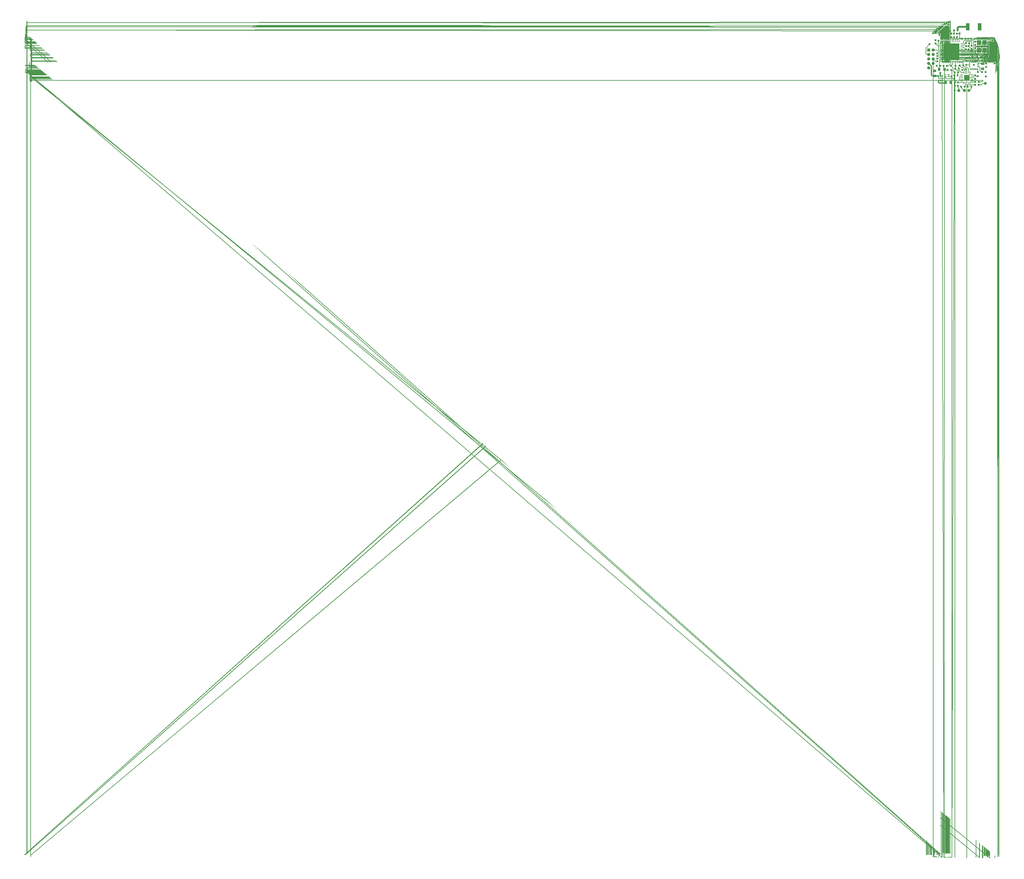
<source format=gtl>
%FSTAX23Y23*%
%MOMM*%
%SFA1B1*%

%IPPOS*%
%ADD10R,0.499999X0.599999*%
%ADD11R,0.599999X0.499999*%
%ADD12R,0.699999X0.899998*%
%ADD13R,0.299999X0.599999*%
%ADD14R,1.549997X1.549997*%
%ADD15R,0.649999X0.200000*%
%ADD16R,0.200000X0.649999*%
%ADD17R,0.899998X0.699999*%
%ADD18O,0.799998X0.200000*%
%ADD19O,0.200000X0.799998*%
%ADD20R,4.599991X4.599991*%
%ADD21R,0.999998X1.999996*%
%ADD22R,0.711199X0.228600*%
%ADD23R,1.149998X1.399997*%
%ADD24R,0.449999X0.349999*%
%ADD25R,0.349999X0.449999*%
%ADD26C,0.150000*%
%ADD27C,0.299999*%
%ADD28C,0.499999*%
%ADD29C,0.200000*%
%ADD30C,0.899998*%
%ADD31C,0.599999*%
%ADD32C,0.799998*%
%ADD33R,0.899998X0.899998*%
%ADD57C,0.127000*%
%LNsmarttokens-1*%
%LPD*%
G54D57*
X287228Y250152D02*
X287223Y250155D01*
Y249939*
X287673*
Y249864*
X287748*
Y249464*
X287848*
Y249502*
Y249421*
Y248239*
X288237*
X288338Y24815*
X288325Y248174*
X288316Y24816*
X288286Y248099*
X288264Y248035*
X28824Y247914*
X289283*
X289258Y248035*
X289237Y248099*
X289207Y24816*
X28917Y248215*
X289125Y248266*
X289075Y248311*
X289019Y248348*
X288958Y248378*
X288975Y248372*
Y249476*
X288963Y249464*
X289105*
X289186*
X289199*
X289211*
X289292*
X28936*
X289348Y249476*
Y249421*
Y248914*
X289848*
Y248839*
X289923*
Y248239*
X29033*
X290438*
X290463Y248264*
X290517*
X290875*
Y248664*
X290898*
Y248264*
X29133*
X291336*
X291386*
X291436*
X291442*
X291814*
Y248149*
X291725*
Y248188*
X289647*
Y248128*
X28968Y248135*
X289638Y248118*
X289599Y248094*
X289567Y248067*
X289324Y247824*
X289274Y24785*
X289283Y247891*
X28824*
X288264Y247769*
X288286Y247705*
X288316Y247645*
X288353Y247589*
X288397Y247538*
X288385Y247549*
X288364Y247491*
X287898*
Y247392*
X287825*
Y247591*
X287038*
X286725Y247904*
X28675Y247964*
X28715*
Y248527*
Y249091*
X286618*
X286588*
X286576Y249103*
Y249865*
X286571Y249919*
X28657Y249927*
X286625Y249986*
X286696Y249983*
X286771Y249987*
X286844Y249999*
X286916Y25002*
X286985Y250049*
X28705Y250085*
X287111Y250128*
X287166Y250177*
X287164Y250175*
X287228Y250152*
X287858Y247446D02*
X287883D01*
X287858Y247548D02*
X288366D01*
X287019Y247649D02*
X288289D01*
X286918Y247751D02*
X288264D01*
X286816Y247853D02*
X288239D01*
X289305D02*
X289331D01*
X287172Y247954D02*
X288239D01*
X289305D02*
X289432D01*
X287172Y248056D02*
X288264D01*
X28928D02*
X289534D01*
X287172Y248157D02*
X288289D01*
X289229D02*
X28961D01*
X291744D02*
X29182D01*
X287172Y248259D02*
X287832D01*
X289153D02*
X28989D01*
X290906D02*
X29088D01*
X287172Y248361D02*
X287832D01*
X289026D02*
X28989D01*
X290906D02*
X29088D01*
X287172Y248462D02*
X287832D01*
X289001D02*
X28989D01*
X290906D02*
X29088D01*
X287172Y248564D02*
X287832D01*
X289001D02*
X28989D01*
X290906D02*
X29088D01*
X287172Y248665D02*
X287832D01*
X289001D02*
X28989D01*
X287172Y248767D02*
X287832D01*
X289001D02*
X28989D01*
X287172Y248869D02*
X287832D01*
X289001D02*
X289813D01*
X287172Y24897D02*
X287832D01*
X289001D02*
X289331D01*
X287172Y249072D02*
X287832D01*
X289001D02*
X289331D01*
X286613Y249173D02*
X287832D01*
X289001D02*
X289331D01*
X286613Y249275D02*
X287832D01*
X289001D02*
X289331D01*
X286613Y249377D02*
X287832D01*
X289001D02*
X289331D01*
X286613Y249478D02*
X287731D01*
X286613Y24958D02*
X287731D01*
X286613Y249681D02*
X287731D01*
X286613Y249783D02*
X287731D01*
X286613Y249885D02*
X287654D01*
X286791Y249986D02*
X287197D01*
X28707Y250088D02*
X287197D01*
X304189Y257787D02*
X304328Y257532D01*
X30446Y257275*
X304585Y257014*
X304703Y256749*
X304814Y256482*
X304918Y256212*
X305014Y255939*
X305102Y255663*
X305184Y255385*
X305257Y255106*
X305323Y254824*
X305381Y25454*
X305432Y254255*
X305475Y253969*
X30551Y253682*
X305538Y253394*
X305557Y253105*
X305569Y252816*
X305573Y252535*
X305572Y252528*
X305573Y252521*
X305569Y252237*
X305557Y251948*
X305537Y251659*
X30551Y251371*
X305475Y251084*
X305432Y250797*
X305381Y250513*
X305323Y250229*
X305257Y249947*
X305183Y249668*
X305102Y24939*
X305013Y249114*
X304917Y248841*
X304813Y248571*
X304703Y248304*
X304585Y248039*
X30446Y247778*
X304328Y247521*
X304189Y247267*
X304043Y247017*
X30389Y246771*
X303731Y246529*
X303599Y246341*
X303225*
X3032Y246379*
X303149Y246446*
X303092Y246508*
X30303Y246565*
X302963Y246616*
X302892Y246662*
X302818Y2467*
X30274Y246733*
X30266Y246758*
X302578Y246776*
X302494Y246787*
X30241Y246791*
X302326Y246787*
X302243Y246776*
X302255Y246779*
X302197Y246836*
X302208Y246891*
X301165*
X301189Y246769*
X301211Y246705*
X301241Y246645*
X301278Y246589*
X301322Y246538*
X301328Y246533*
X301283Y246466*
X300984*
X300914Y246462*
X300843Y24645*
X300774Y24643*
X300753Y246421*
X300708Y246402*
X300645Y246368*
X300607Y246341*
X299323*
Y246141*
X2991*
Y246191*
X2987*
Y246214*
X2991*
Y246562*
X299081Y246546*
X299162Y246582*
X299148Y246594*
X299204Y246557*
X299264Y246527*
X299328Y246505*
X299394Y246492*
X299461Y246488*
X299529Y246492*
X299594Y246505*
X299658Y246527*
X299719Y246557*
X299774Y246594*
X299825Y246638*
X29987Y246689*
X299907Y246745*
X299937Y246805*
X299958Y246869*
X299971Y246935*
X299976Y247002*
X299971Y24707*
X299958Y247135*
X299937Y247199*
X299907Y24726*
X29987Y247315*
X299825Y247366*
X299775Y247411*
X299719Y247448*
X299658Y247478*
X299594Y247499*
X299529Y247512*
X299461Y247517*
X299394Y247512*
X299328Y247499*
X299264Y247478*
X299204Y247448*
X299148Y247411*
X299162Y247423*
X299082Y247459*
X2991Y247443*
Y247716*
X298325*
Y247741*
X297525*
Y247991*
X297275*
Y248066*
X2972*
Y248541*
X29705*
Y248564*
X297275*
Y248939*
X297298*
Y248564*
X297775*
Y249002*
Y249441*
X297525*
Y249691*
X29715*
Y249714*
X297525*
Y249877*
Y250377*
Y250964*
X297775*
Y251339*
X297798*
Y250964*
X299048*
Y250921*
Y250377*
Y249877*
Y249483*
Y249441*
X298798*
Y249002*
Y248564*
X298974*
X299048Y248479*
X299038Y248502*
X299028Y248491*
X298991Y248435*
X298961Y248374*
X298939Y24831*
X298915Y248189*
X299958*
X299933Y24831*
X299912Y248374*
X29992Y248358*
X299954Y248382*
X300123Y248214*
Y247664*
X30108*
X301086*
X301136*
X301186*
X301192*
X301625*
Y248127*
Y248591*
X301475*
Y248552*
Y248633*
Y249041*
X300875*
Y249064*
X301438*
X301463Y249089*
X301517*
X301825*
Y249539*
X3019*
Y249614*
X3023*
Y250046*
Y250052*
Y250102*
Y250152*
Y250158*
Y251116*
X302175*
Y251077*
Y251158*
Y251466*
X301725*
Y251489*
X302175*
Y251795*
Y251877*
Y251845*
X302132Y251841*
X302176Y251852*
X302218Y251869*
X302256Y251893*
X302289Y251921*
X302443Y252075*
X30247Y252107*
X302494Y252146*
X302504Y25217*
X302511Y252188*
X302522Y252232*
X302522Y252225*
X302549Y252244*
X3026Y252288*
X302645Y252339*
X302682Y252395*
X302712Y252455*
X302733Y252519*
X302746Y252585*
X302751Y252652*
X302746Y25272*
X302733Y252785*
X302712Y252849*
X302682Y25291*
X302645Y252965*
X3026Y253016*
X30255Y253061*
X302494Y253098*
X302433Y253128*
X302369Y253149*
X302304Y253162*
X302236Y253167*
X302169Y253162*
X302103Y253149*
X302039Y253128*
X301979Y253098*
X301923Y253061*
X301872Y253016*
X301828Y252965*
X301791Y25291*
X301761Y252849*
X301739Y252785*
X301726Y25272*
X301722Y252652*
X301726Y252585*
X301739Y252519*
X301742Y252512*
X301548Y252416*
X301425*
X301231Y252512*
X301234Y252519*
X301247Y252585*
X301251Y252652*
X301247Y252719*
X301234Y252785*
X301212Y252849*
X301182Y25291*
X301145Y252965*
X301101Y253016*
X30105Y253061*
X300994Y253098*
X30101Y25309*
X301021Y253138*
X301289*
X301332Y253141*
X301376Y253152*
X301418Y253169*
X301456Y253193*
X301489Y253221*
X301593Y253325*
X301607Y253341*
X30162Y253357*
X301644Y253396*
X301661Y253438*
X301672Y253482*
X301669Y253439*
X302175*
Y255266*
X300598*
Y253716*
X300575*
Y254341*
X29985*
Y254416*
X299775*
Y255266*
X299125*
Y255377*
Y255639*
X300575*
Y257466*
X299088*
X299075Y257479*
Y257989*
X304071*
X304189Y257786*
X297103Y248564D02*
Y248538D01*
X297205Y248081D02*
Y248538D01*
Y249707D02*
Y249681D01*
X297306Y248005D02*
Y248538D01*
Y249707D02*
Y249681D01*
X297408Y248005D02*
Y248538D01*
Y249707D02*
Y249681D01*
X29751Y248005D02*
Y248538D01*
Y249707D02*
Y249681D01*
X297611Y247776D02*
Y248538D01*
Y249478D02*
Y250926D01*
X297713Y247776D02*
Y248538D01*
Y249478D02*
Y250926D01*
X297814Y247776D02*
Y250926D01*
X297916Y247776D02*
Y250926D01*
X298018Y247776D02*
Y250926D01*
X298119Y247776D02*
Y250926D01*
X298221Y247776D02*
Y250926D01*
X298322Y247751D02*
Y250926D01*
X298424Y247751D02*
Y250926D01*
X298526Y247751D02*
Y250926D01*
X298627Y247751D02*
Y250926D01*
X298729Y247751D02*
Y250926D01*
X29883Y247751D02*
Y248538D01*
Y249478D02*
Y250926D01*
X298932Y247751D02*
Y248157D01*
Y248361D02*
Y248538D01*
Y249478D02*
Y250926D01*
X299034Y247751D02*
Y248157D01*
Y249478D02*
Y250926D01*
X299135Y246176D02*
Y246557D01*
Y247472D02*
Y248157D01*
Y255295D02*
Y255625D01*
Y257479D02*
Y257987D01*
X299237Y246176D02*
Y246532D01*
Y247497D02*
Y248157D01*
Y255295D02*
Y255625D01*
Y257479D02*
Y257987D01*
X299338Y246354D02*
Y246481D01*
Y247548D02*
Y248157D01*
Y255295D02*
Y255625D01*
Y257479D02*
Y257987D01*
X29944Y246354D02*
Y246456D01*
Y247548D02*
Y248157D01*
Y255295D02*
Y255625D01*
Y257479D02*
Y257987D01*
X299542Y246354D02*
Y246481D01*
Y247548D02*
Y248157D01*
Y255295D02*
Y255625D01*
Y257479D02*
Y257987D01*
X299643Y246354D02*
Y246506D01*
Y247522D02*
Y248157D01*
Y255295D02*
Y255625D01*
Y257479D02*
Y257987D01*
X299745Y246354D02*
Y246557D01*
Y247472D02*
Y248157D01*
Y255295D02*
Y255625D01*
Y257479D02*
Y257987D01*
X299846Y246354D02*
Y246659D01*
Y24737D02*
Y248157D01*
Y254355D02*
Y255625D01*
Y257479D02*
Y257987D01*
X299948Y246354D02*
Y246862D01*
Y247167D02*
Y248361D01*
Y254355D02*
Y255625D01*
Y257479D02*
Y257987D01*
X30005Y246354D02*
Y248259D01*
Y254355D02*
Y255625D01*
Y257479D02*
Y257987D01*
X300151Y246354D02*
Y247649D01*
Y254355D02*
Y255625D01*
Y257479D02*
Y257987D01*
X300253Y246354D02*
Y247649D01*
Y254355D02*
Y255625D01*
Y257479D02*
Y257987D01*
X300354Y246354D02*
Y247649D01*
Y254355D02*
Y255625D01*
Y257479D02*
Y257987D01*
X300456Y246354D02*
Y247649D01*
Y254355D02*
Y255625D01*
Y257479D02*
Y257987D01*
X300558Y246354D02*
Y247649D01*
Y254355D02*
Y255625D01*
Y257479D02*
Y257987D01*
X300659Y24643D02*
Y247649D01*
Y255295D02*
Y257987D01*
X300761Y246456D02*
Y247649D01*
Y255295D02*
Y257987D01*
X300862Y246481D02*
Y247649D01*
Y249072D02*
Y249046D01*
Y255295D02*
Y257987D01*
X300964Y246481D02*
Y247649D01*
Y249072D02*
Y249046D01*
Y255295D02*
Y257987D01*
X301066Y246481D02*
Y247649D01*
Y249072D02*
Y249046D01*
Y25306D02*
Y25311D01*
Y255295D02*
Y257987D01*
X301167Y246481D02*
Y247649D01*
Y249072D02*
Y249046D01*
Y252958D02*
Y25311D01*
Y255295D02*
Y257987D01*
X301269Y246481D02*
Y246557D01*
Y246913D02*
Y247649D01*
Y249072D02*
Y249046D01*
Y252526D02*
Y25311D01*
Y255295D02*
Y257987D01*
X30137Y246913D02*
Y247649D01*
Y249072D02*
Y249046D01*
Y252475D02*
Y253136D01*
Y255295D02*
Y257987D01*
X301472Y246913D02*
Y247649D01*
Y248615D02*
Y249072D01*
Y25245D02*
Y253187D01*
Y255295D02*
Y257987D01*
X301574Y246913D02*
Y247649D01*
Y248615D02*
Y249072D01*
Y252475D02*
Y253288D01*
Y255295D02*
Y257987D01*
X301675Y246913D02*
Y249072D01*
Y252501D02*
Y253415D01*
Y255295D02*
Y257987D01*
X301777Y246913D02*
Y249072D01*
Y251485D02*
Y251459D01*
Y252933D02*
Y253415D01*
Y255295D02*
Y257987D01*
X301878Y246913D02*
Y249504D01*
Y251485D02*
Y251459D01*
Y25306D02*
Y253415D01*
Y255295D02*
Y257987D01*
X30198Y246913D02*
Y24958D01*
Y251485D02*
Y251459D01*
Y253161D02*
Y253415D01*
Y255295D02*
Y257987D01*
X302082Y246913D02*
Y24958D01*
Y251485D02*
Y251459D01*
Y253187D02*
Y253415D01*
Y255295D02*
Y257987D01*
X302183Y246913D02*
Y24958D01*
Y251129D02*
Y25184D01*
Y253187D02*
Y257987D01*
X302285Y246811D02*
Y24958D01*
Y251129D02*
Y251917D01*
Y253187D02*
Y257987D01*
X302386Y246811D02*
Y252018D01*
Y253187D02*
Y257987D01*
X302488Y246811D02*
Y252145D01*
Y253136D02*
Y257987D01*
X30259Y246811D02*
Y252298D01*
Y253034D02*
Y257987D01*
X302691Y246786D02*
Y252399D01*
Y252933D02*
Y257987D01*
X302793Y24676D02*
Y257987D01*
X302894Y246684D02*
Y257987D01*
X302996Y246608D02*
Y257987D01*
X303098Y246532D02*
Y257987D01*
X303199Y246405D02*
Y257987D01*
X303301Y246354D02*
Y257987D01*
X303402Y246354D02*
Y257987D01*
X303504Y246354D02*
Y257987D01*
X303606Y246379D02*
Y257987D01*
X303707Y246532D02*
Y257987D01*
X303809Y246684D02*
Y257987D01*
X30391Y246837D02*
Y257987D01*
X304012Y247014D02*
Y257987D01*
X304114Y247192D02*
Y257886D01*
X304215Y24737D02*
Y257708D01*
X304317Y247573D02*
Y257505D01*
X304418Y247726D02*
Y257352D01*
X30452Y247929D02*
Y257149D01*
X304622Y248132D02*
Y256946D01*
X304723Y248411D02*
Y256666D01*
X304825Y248615D02*
Y256463D01*
X304926Y248894D02*
Y256184D01*
X305028Y249224D02*
Y255854D01*
X30513Y249529D02*
Y255574D01*
X305231Y249885D02*
Y255193D01*
X305333Y250291D02*
Y254787D01*
X305434Y25085D02*
Y254228D01*
X305536Y251713D02*
Y253364D01*
X291641Y262636D02*
Y259716D01*
X290292*
X290291Y257729*
X290199Y25758*
X290208Y257576*
X29016Y257588*
X290111Y257592*
X290062Y257588*
X290014Y257576*
X289969Y257558*
X289926Y257532*
X289904Y257513*
X289837Y257496*
X289833Y257499*
X289796Y257532*
X289754Y257558*
X289708Y257576*
X28966Y257588*
X289611Y257592*
X289562Y257588*
X289514Y257576*
X289469Y257558*
X289426Y257532*
X289389Y2575*
X289357Y257462*
X289331Y25742*
X289312Y257374*
X289301Y257326*
X289297Y25728*
Y256675*
X289301Y256628*
X289312Y25658*
X289331Y256535*
X289318Y256556*
X289283Y25652*
X289304Y256507*
X289259Y256526*
X28921Y256538*
X289164Y256542*
X288873*
Y256291*
X28885*
Y256542*
X288559*
X28857Y256543*
X288539Y25657*
X288547Y256664*
X288575Y256688*
X28862Y256739*
X288657Y256795*
X288687Y256855*
X288708Y256919*
X288721Y256985*
X288726Y257052*
X288721Y25712*
X288708Y257185*
X288687Y257249*
X288657Y25731*
X28862Y257366*
X288575Y257416*
X288525Y257461*
X288469Y257498*
X288408Y257528*
X288344Y257549*
X288279Y257562*
X288211Y257567*
X288144Y257562*
X288078Y257549*
X288014Y257528*
X287954Y257498*
X287898Y257461*
X287912Y257473*
X287832Y257509*
X28785Y257493*
Y257766*
X287398*
Y257316*
X287323*
Y257241*
X286923*
Y256802*
Y256702*
Y255739*
X287541*
X287947Y255332*
Y254806*
X287866Y25471*
X287881Y254719*
X287888Y254715*
X287846Y254733*
X287802Y254743*
X287759Y254746*
X287295*
X287295Y254746*
X287259Y254811*
X287216Y254872*
X287166Y254927*
X287111Y254977*
X28705Y25502*
X286985Y255056*
X286916Y255085*
X286844Y255105*
X286771Y255118*
X286696Y255122*
X286622Y255118*
X286548Y255105*
X286477Y255085*
X286408Y255056*
X286343Y25502*
X286282Y254977*
X286226Y254927*
X286177Y254872*
X286134Y254811*
X28614Y254822*
X28609Y254835*
Y255121*
X285438*
Y254521*
X285415*
Y255121*
X285224*
X285199Y255181*
X285591Y255573*
X285619Y255567*
X285686Y255563*
X285754Y255567*
X285819Y25558*
X285883Y255602*
X285944Y255632*
X286Y255669*
X28605Y255713*
X286095Y255764*
X286132Y25582*
X286162Y25588*
X286183Y255944*
X286196Y25601*
X286201Y256077*
X286196Y256145*
X286183Y25621*
X286162Y256274*
X286132Y256335*
X286095Y256391*
X28605Y256441*
X286Y256486*
X285944Y256523*
X285883Y256553*
X285819Y256574*
X285754Y256587*
X285686Y256592*
X285619Y256587*
X285553Y256574*
X285489Y256553*
X285429Y256523*
X285373Y256486*
X285322Y256441*
X285278Y256391*
X285241Y256335*
X285211Y256274*
X285189Y25621*
X285176Y256145*
X285172Y256077*
X285176Y25601*
X285182Y255982*
X284664Y255464*
X28462Y25549*
X284671Y255665*
X284759Y25594*
X284856Y256213*
X284959Y256484*
X28507Y256751*
X285188Y257015*
X285313Y257276*
X285445Y257534*
X285584Y257787*
X28573Y258037*
X285882Y258283*
X286042Y258525*
X286207Y258762*
X286379Y258995*
X286558Y259223*
X286742Y259446*
X286932Y259664*
X287128Y259877*
X28733Y260084*
X287538Y260286*
X287751Y260482*
X287969Y260673*
X288192Y260857*
X28842Y261035*
X288653Y261207*
X28889Y261373*
X289132Y261532*
X289378Y261685*
X289628Y26183*
X289881Y261969*
X290139Y262101*
X2904Y262226*
X290664Y262344*
X290932Y262455*
X291202Y262559*
X291475Y262655*
X291573Y262686*
X291641Y262636*
X284683Y255523D02*
Y255676D01*
X284784Y255625D02*
Y255981D01*
X284886Y255727D02*
Y25626D01*
X284987Y255828D02*
Y256539D01*
X285089Y25593D02*
Y256793D01*
X285191Y255219D02*
Y255193D01*
Y25626D02*
Y257022D01*
X285292Y255142D02*
Y255269D01*
Y256463D02*
Y257225D01*
X285394Y255142D02*
Y255371D01*
Y256539D02*
Y257428D01*
X285495Y255142D02*
Y255473D01*
Y25659D02*
Y257632D01*
X285597Y255142D02*
Y255549D01*
Y256616D02*
Y257809D01*
X285699Y255142D02*
Y255549D01*
Y256616D02*
Y257987D01*
X2858Y255142D02*
Y255549D01*
Y256616D02*
Y258165D01*
X285902Y255142D02*
Y2556D01*
Y25659D02*
Y258317D01*
X286003Y255142D02*
Y255676D01*
Y256514D02*
Y258444D01*
X286105Y254863D02*
Y255752D01*
Y256412D02*
Y258597D01*
X286207Y254939D02*
Y258775D01*
X286308Y255041D02*
Y258902D01*
X28641Y255117D02*
Y259029D01*
X286511Y255142D02*
Y259156D01*
X286613Y255142D02*
Y259283D01*
X286715Y255142D02*
Y259384D01*
X286816Y255142D02*
Y259511D01*
X286918Y255117D02*
Y255701D01*
Y257276D02*
Y259613D01*
X287019Y255066D02*
Y255701D01*
Y257276D02*
Y25974D01*
X287121Y25499D02*
Y255701D01*
Y257276D02*
Y259867D01*
X287223Y254888D02*
Y255701D01*
Y257276D02*
Y259968D01*
X287324Y254761D02*
Y255701D01*
Y257352D02*
Y260095D01*
X287426Y254761D02*
Y255701D01*
Y257784D02*
Y260197D01*
X287527Y254761D02*
Y255701D01*
Y257784D02*
Y260299D01*
X287629Y254761D02*
Y255625D01*
Y257784D02*
Y260375D01*
X287731Y254761D02*
Y255523D01*
Y257784D02*
Y260451D01*
X287832Y254761D02*
Y255422D01*
Y257784D02*
Y260553D01*
X287934Y254838D02*
Y25532D01*
Y25753D02*
Y260654D01*
X288035Y257581D02*
Y26073D01*
X288137Y257581D02*
Y260807D01*
X288239Y257581D02*
Y260883D01*
X28834Y257581D02*
Y260959D01*
X288442Y257555D02*
Y261035D01*
X288543Y25659D02*
Y256666D01*
Y257479D02*
Y261111D01*
X288645Y256565D02*
Y256793D01*
Y257327D02*
Y261213D01*
X288747Y256565D02*
Y261264D01*
X288848Y256311D02*
Y261315D01*
X28895Y256565D02*
Y261391D01*
X289051Y256565D02*
Y261467D01*
X289153Y256565D02*
Y261543D01*
X289255Y256539D02*
Y261619D01*
X289356Y257505D02*
Y26167D01*
X289458Y257606D02*
Y261721D01*
X289559Y257606D02*
Y261772D01*
X289661Y257606D02*
Y261823D01*
X289763Y257581D02*
Y261899D01*
X289864Y25753D02*
Y26195D01*
X289966Y257606D02*
Y262D01*
X290067Y257606D02*
Y262051D01*
X290169Y257606D02*
Y262102D01*
X290271Y257733D02*
Y262153D01*
X290372Y25974D02*
Y262204D01*
X290474Y25974D02*
Y262254D01*
X290575Y25974D02*
Y262305D01*
X290677Y25974D02*
Y262356D01*
X290779Y25974D02*
Y262381D01*
X29088Y25974D02*
Y262432D01*
X290982Y25974D02*
Y262458D01*
X291083Y25974D02*
Y262508D01*
X291185Y25974D02*
Y262534D01*
X291287Y25974D02*
Y262585D01*
X291388Y25974D02*
Y26261D01*
X29149Y25974D02*
Y262686D01*
X291591Y25974D02*
Y262686D01*
%LNsmarttokens-2*%
%LPC*%
G36*
X302236Y249527D02*
X301911D01*
Y249152*
X302236*
Y249527*
G37*
G36*
X298211Y249377D02*
X297861D01*
Y249002*
Y248627*
X298211*
Y249002*
Y249377*
G37*
G36*
X298711D02*
X298361D01*
Y249002*
Y248627*
X298711*
Y249002*
Y249377*
G37*
G36*
X287661Y249852D02*
X287286D01*
Y249527*
X287661*
Y249852*
G37*
G36*
X29873Y250127D02*
X298361D01*
Y249758*
X298403Y249767*
X298459Y249786*
X298512Y249812*
X298561Y249844*
X298605Y249883*
X298644Y249928*
X298677Y249977*
X298703Y25003*
X298722Y250086*
X29873Y250127*
G37*
G36*
X304136Y250527D02*
X303767D01*
X303776Y250486*
X303795Y25043*
X303821Y250377*
X303853Y250328*
X303892Y250283*
X303937Y250244*
X303986Y250212*
X304039Y250186*
X304095Y250167*
X304136Y250158*
Y250527*
G37*
G36*
X298211Y250127D02*
X297842D01*
X297851Y250086*
X29787Y25003*
X297896Y249977*
X297928Y249928*
X297967Y249883*
X298012Y249844*
X298061Y249812*
X298114Y249786*
X29817Y249767*
X298211Y249758*
Y250127*
G37*
G36*
X304655Y250527D02*
X304286D01*
Y250158*
X304328Y250167*
X304384Y250186*
X304437Y250212*
X304486Y250244*
X30453Y250283*
X304569Y250328*
X304602Y250377*
X304628Y25043*
X304647Y250486*
X304655Y250527*
G37*
G36*
X287761Y249027D02*
X287236D01*
Y248602*
X287761*
Y249027*
G37*
G36*
X302086Y248052D02*
X301711D01*
Y247727*
X302086*
Y248052*
G37*
G36*
X299361Y248102D02*
X298992D01*
X299001Y248061*
X29902Y248005*
X299046Y247952*
X299078Y247903*
X299117Y247858*
X299162Y247819*
X299211Y247787*
X299264Y247761*
X29932Y247742*
X299361Y247733*
Y248102*
G37*
G36*
X301761Y247346D02*
Y246977D01*
X30213*
X302122Y247019*
X302103Y247075*
X302077Y247128*
X302044Y247177*
X302005Y247221*
X301961Y24726*
X301912Y247293*
X301859Y247319*
X301803Y247338*
X301761Y247346*
G37*
G36*
X291686Y245802D02*
X291261D01*
Y245277*
X291686*
Y245802*
G37*
G36*
X301611Y247346D02*
X30157Y247338D01*
X301514Y247319*
X301461Y247293*
X301412Y24726*
X301367Y247221*
X301328Y247177*
X301296Y247128*
X30127Y247075*
X301251Y247019*
X301242Y246977*
X301611*
Y247346*
G37*
G36*
X302086Y248527D02*
X301711D01*
Y248202*
X302086*
Y248527*
G37*
G36*
X289836Y248827D02*
X289411D01*
Y248302*
X289836*
Y248827*
G37*
G36*
X297461Y248477D02*
X297286D01*
Y248077*
X297461*
Y248477*
G37*
G36*
X29988Y248102D02*
X299511D01*
Y247733*
X299553Y247742*
X299609Y247761*
X299662Y247787*
X299711Y247819*
X299755Y247858*
X299794Y247903*
X299827Y247952*
X299853Y248005*
X299872Y248061*
X29988Y248102*
G37*
G36*
X287761Y248452D02*
X287236D01*
Y248027*
X287761*
Y248452*
G37*
G36*
X298211Y250646D02*
X29817Y250638D01*
X298114Y250619*
X298061Y250593*
X298012Y25056*
X297967Y250521*
X297928Y250477*
X297896Y250428*
X29787Y250375*
X297851Y250319*
X297842Y250277*
X298211*
Y250646*
G37*
G36*
X288955Y258677D02*
X288586D01*
Y258308*
X288628Y258316*
X288684Y258335*
X288736Y258361*
X288785Y258394*
X28883Y258433*
X288869Y258477*
X288901Y258527*
X288928Y258579*
X288947Y258635*
X288955Y258677*
G37*
G36*
X288436Y259196D02*
X288394Y259188D01*
X288338Y259169*
X288285Y259143*
X288236Y25911*
X288192Y259071*
X288153Y259027*
X28812Y258978*
X288094Y258925*
X288075Y258869*
X288067Y258827*
X288436*
Y259196*
G37*
G36*
Y258677D02*
X288067D01*
X288075Y258635*
X288094Y258579*
X28812Y258527*
X288153Y258477*
X288192Y258433*
X288236Y258394*
X288285Y258361*
X288338Y258335*
X288394Y258316*
X288436Y258308*
Y258677*
G37*
G36*
X303661Y257671D02*
Y257302D01*
X30403*
X304022Y257344*
X304003Y2574*
X303977Y257453*
X303944Y257502*
X303905Y257546*
X303861Y257585*
X303812Y257618*
X303759Y257644*
X303703Y257663*
X303661Y257671*
G37*
G36*
X287311Y257702D02*
X286986D01*
Y257327*
X287311*
Y257702*
G37*
G36*
X290961Y262071D02*
X29092Y262063D01*
X290864Y262044*
X290811Y262018*
X290762Y261985*
X290717Y261946*
X290678Y261902*
X290646Y261853*
X29062Y2618*
X290601Y261744*
X290592Y261702*
X290961*
Y262071*
G37*
G36*
X291111D02*
Y261702D01*
X29148*
X291472Y261744*
X291453Y2618*
X291427Y261853*
X291394Y261902*
X291355Y261946*
X291311Y261985*
X291262Y262018*
X291209Y262044*
X291153Y262063*
X291111Y262071*
G37*
G36*
X29148Y261552D02*
X291111D01*
Y261183*
X291153Y261192*
X291209Y261211*
X291262Y261237*
X291311Y261269*
X291355Y261308*
X291394Y261353*
X291427Y261402*
X291453Y261455*
X291472Y261511*
X29148Y261552*
G37*
G36*
X288586Y259196D02*
Y258827D01*
X288955*
X288947Y258869*
X288928Y258925*
X288901Y258978*
X288869Y259027*
X28883Y259071*
X288785Y25911*
X288736Y259143*
X288684Y259169*
X288628Y259188*
X288586Y259196*
G37*
G36*
X290961Y261552D02*
X290592D01*
X290601Y261511*
X29062Y261455*
X290646Y261402*
X290678Y261353*
X290717Y261308*
X290762Y261269*
X290811Y261237*
X290864Y261211*
X29092Y261192*
X290961Y261183*
Y261552*
G37*
G36*
X303511Y257671D02*
X30347Y257663D01*
X303414Y257644*
X303361Y257618*
X303312Y257585*
X303267Y257546*
X303228Y257502*
X303196Y257453*
X30317Y2574*
X303151Y257344*
X303142Y257302*
X303511*
Y257671*
G37*
G36*
X300511Y255202D02*
X299861D01*
Y254427*
X300511*
Y254527*
X300036*
Y254677*
X300511*
Y255202*
G37*
G36*
X301311Y256477D02*
X300661D01*
Y256377*
X301136*
Y256227*
X300661*
Y255702*
X301311*
Y256477*
G37*
G36*
X304286Y251046D02*
Y250677D01*
X304655*
X304647Y250719*
X304628Y250775*
X304602Y250828*
X304569Y250877*
X30453Y250921*
X304486Y25096*
X304437Y250993*
X304384Y251019*
X304328Y251038*
X304286Y251046*
G37*
G36*
X298361Y250646D02*
Y250277D01*
X29873*
X298722Y250319*
X298703Y250375*
X298677Y250428*
X298644Y250477*
X298605Y250521*
X298561Y25056*
X298512Y250593*
X298459Y250619*
X298403Y250638*
X298361Y250646*
G37*
G36*
X304136Y251046D02*
X304095Y251038D01*
X304039Y251019*
X303986Y250993*
X303937Y25096*
X303892Y250921*
X303853Y250877*
X303821Y250828*
X303795Y250775*
X303776Y250719*
X303767Y250677*
X304136*
Y251046*
G37*
G36*
X303511Y257152D02*
X303142D01*
X303151Y257111*
X30317Y257055*
X303196Y257002*
X303228Y256953*
X303267Y256908*
X303312Y256869*
X303361Y256837*
X303414Y256811*
X30347Y256792*
X303511Y256783*
Y257152*
G37*
G36*
X30403D02*
X303661D01*
Y256783*
X303703Y256792*
X303759Y256811*
X303812Y256837*
X303861Y256869*
X303905Y256908*
X303944Y256953*
X303977Y257002*
X304003Y257055*
X304022Y257111*
X30403Y257152*
G37*
G36*
X302111Y257402D02*
X301461D01*
Y256627*
X302111*
Y257402*
G37*
G36*
Y256477D02*
X301461D01*
Y255702*
X302111*
Y256477*
G37*
G36*
X301311Y257402D02*
X300661D01*
Y256627*
X301311*
Y257402*
G37*
%LNsmarttokens-3*%
%LPD*%
G54D10*
X292761Y247202D03*
Y246202D03*
X298661Y255827D03*
Y256827D03*
X296011Y255552D03*
Y254552D03*
X292936Y244227D03*
Y245227D03*
X293511Y258102D03*
Y259102D03*
X292686D03*
Y258102D03*
X293761Y244227D03*
Y245227D03*
X298661Y254927D03*
Y253927D03*
X296836Y254552D03*
Y255552D03*
X291861Y258102D03*
Y259102D03*
X287386Y256252D03*
Y257252D03*
X298636Y247202D03*
Y246202D03*
X301836Y250602D03*
Y249602D03*
G54D11*
X290886Y248727D03*
X291886D03*
X298561Y257677D03*
X297561D03*
X299686Y245327D03*
X298686D03*
X299686Y244502D03*
X298686D03*
X293686Y259977D03*
X292686D03*
X301636Y248127D03*
X300636D03*
X292986Y249102D03*
X293986D03*
X294661Y244027D03*
X295661D03*
X293811Y248077D03*
X292811D03*
X295261Y249977D03*
X294261D03*
X295911Y257677D03*
X294911D03*
X297561Y244027D03*
X296561D03*
X288736Y249927D03*
X287736D03*
X296011Y256377D03*
X297011D03*
X290661Y249927D03*
X289661D03*
X300661Y251477D03*
X301661D03*
G54D12*
X291761Y245202D03*
X290261D03*
X289911Y248902D03*
X288411D03*
G54D13*
X289261Y246977D03*
X288761D03*
X288261D03*
Y245677D03*
X288761D03*
X289261D03*
G54D14*
X296311Y246527D03*
G54D15*
X294836Y245627D03*
Y246077D03*
Y246527D03*
Y246977D03*
Y247427D03*
X297786D03*
Y246977D03*
Y246527D03*
Y246077D03*
Y245627D03*
G54D16*
X295411Y248002D03*
X295861D03*
X296311D03*
X296761D03*
X297211D03*
Y245052D03*
X296761D03*
X296311D03*
X295861D03*
X295411D03*
G54D17*
X287161Y248527D03*
Y247027D03*
X300811Y250552D03*
Y249052D03*
G54D18*
X294861Y251727D03*
Y252227D03*
Y252727D03*
Y253227D03*
Y253727D03*
Y254227D03*
Y254727D03*
Y255227D03*
Y255727D03*
Y256227D03*
X288861D03*
Y255727D03*
Y255227D03*
Y254727D03*
Y254227D03*
Y253727D03*
Y253227D03*
Y252727D03*
Y252227D03*
Y251727D03*
G54D19*
X294111Y256977D03*
X293611D03*
X293111D03*
X292611D03*
X292111D03*
X291611D03*
X291111D03*
X290611D03*
X290111D03*
X289611D03*
Y250977D03*
X290111D03*
X290611D03*
X291111D03*
X291611D03*
X292111D03*
X292611D03*
X293111D03*
X293611D03*
X294111D03*
G54D20*
X291861Y253977D03*
G54D21*
X296511Y261002D03*
X299911D03*
G54D22*
X291156Y246844D03*
Y247352D03*
Y24786D03*
X290216D03*
Y247352D03*
Y246844D03*
G54D23*
X301386Y254352D03*
Y256552D03*
X299786D03*
Y254352D03*
G54D24*
X297086Y250702D03*
Y250202D03*
Y249702D03*
X299486D03*
Y250202D03*
Y250702D03*
G54D25*
X297286Y249002D03*
X297786D03*
X298286D03*
X298786D03*
X299286D03*
Y251402D03*
X298786D03*
X298286D03*
X297786D03*
X297286D03*
G54D26*
X292111Y250202D02*
Y250977D01*
X291836Y249927D02*
X292111Y250202D01*
X291836Y249927D02*
X292436Y249327D01*
X291086Y249927D02*
X291611Y250452D01*
X290661Y249927D02*
X291086D01*
X289849Y24884D02*
X289961Y248727D01*
X289661Y249152D02*
X289911Y248902D01*
X289661Y249152D02*
Y249927D01*
X291611Y250452D02*
Y250977D01*
X284661Y255052D02*
X285686Y256077D01*
X284661Y253402D02*
Y255052D01*
X292436Y248452D02*
Y249327D01*
Y248452D02*
X292811Y248077D01*
X296136Y250202D02*
X297011D01*
X296086D02*
X296136D01*
X297011D02*
X297086Y250277D01*
X294036Y249977D02*
X294311D01*
X294036Y249152D02*
Y249977D01*
X293986Y249102D02*
X294036Y249152D01*
X299436Y248052D02*
Y248777D01*
X299286Y248927D02*
X299436Y248777D01*
X299286Y248927D02*
Y249002D01*
X298786D02*
X299286D01*
X298286D02*
X298786D01*
X297786D02*
X298286D01*
X297286D02*
X297786D01*
X298836Y247002D02*
X299461D01*
X298636Y247202D02*
X298836Y247002D01*
X299836Y249702D02*
X300061Y249477D01*
Y248684D02*
Y249477D01*
Y248684D02*
X300618Y248127D01*
X300636*
X285251Y251917D02*
X285271D01*
X292936Y243827D02*
Y244227D01*
X292786Y243677D02*
X292936Y243827D01*
X292786Y242877D02*
Y243677D01*
X293971Y242877D02*
Y243617D01*
X298286Y251402D02*
Y251777D01*
X298061Y252002D02*
X298286Y251777D01*
X295561Y252227D02*
X295761Y252427D01*
X295086Y252227D02*
X295561D01*
X295086D02*
D01*
X295761Y252427D02*
X296852D01*
X294152Y250952D02*
X294911D01*
X295211Y249402D02*
X295586Y249027D01*
X294886Y249402D02*
X295211D01*
X294311Y249977D02*
X294886Y249402D01*
X295486Y249827D02*
X295686Y249627D01*
X296211*
X296761Y249077*
X296804Y253227D02*
X297404Y253827D01*
X295211Y253227D02*
X296804D01*
X295211D02*
D01*
X296879Y253727D02*
X297279Y254127D01*
X294761Y253727D02*
X296879D01*
X296589Y254027D02*
X296836Y254274D01*
X294761Y253727D02*
D01*
X293061Y249102D02*
X293561Y248602D01*
X292986Y249102D02*
X293061D01*
X299786Y254352D02*
Y255352D01*
Y254352D02*
D01*
X299761Y255377D02*
X299786Y255352D01*
X298661Y255377D02*
X299761D01*
X302236Y252277D02*
Y252652D01*
X302086Y252127D02*
X302236Y252277D01*
X300886Y252127D02*
X302086D01*
X300661Y251902D02*
X300886Y252127D01*
X298593Y253127D02*
X299636D01*
X300111Y252652D02*
X300737D01*
X299636Y253127D02*
X300111Y252652D01*
X295615Y252881D02*
X296882D01*
X295461Y252727D02*
X295615Y252881D01*
X295161Y252727D02*
X295461D01*
X296852Y252427D02*
X297652Y253227D01*
X296882Y252881D02*
X297528Y253527D01*
X298694Y252602D02*
X299236D01*
X298561Y253827D02*
X298661Y253927D01*
X295161Y252727D02*
D01*
X294761Y253227D02*
X295211D01*
X298786Y251402D02*
Y252077D01*
X298236Y252627D02*
X298786Y252077D01*
X297861Y252627D02*
X298236D01*
X298069Y253227D02*
X298694Y252602D01*
X298193Y253527D02*
X298593Y253127D01*
X297528Y253527D02*
X298193D01*
X297836Y254127D02*
X298161Y254452D01*
X297652Y253227D02*
X298069D01*
X297404Y253827D02*
X298561D01*
X297279Y254127D02*
X297836D01*
X296836Y254274D02*
Y254552D01*
X296211Y251402D02*
D01*
X297286*
X299561Y249702D02*
X299836D01*
X299486Y249777D02*
X299561Y249702D01*
X299486D02*
X299561D01*
X300586Y251402D02*
X300661Y251477D01*
X299286Y251402D02*
X300586D01*
X299286D02*
X299386Y251502D01*
X300086Y250702D02*
X300236Y250552D01*
X299486Y250702D02*
X300086D01*
X299486Y250402D02*
Y250702D01*
X297536Y256852D02*
X297636Y256752D01*
X296111Y256852D02*
X297536D01*
X296011Y256752D02*
X296111Y256852D01*
X295586Y257152D02*
X298036D01*
X295361Y256927D02*
X295586Y257152D01*
X294761Y252227D02*
X295086D01*
X294761Y252727D02*
X295161D01*
X298161Y254452D02*
Y256752D01*
X295586Y249027D02*
X296011D01*
X296761Y248052D02*
Y249077D01*
X296311Y248002D02*
Y248727D01*
X296036Y249002D02*
X296311Y248727D01*
X296011Y249027D02*
X296036Y249002D01*
X295036Y248727D02*
X295511D01*
X294986Y248777D02*
X295036Y248727D01*
X295511D02*
X295861Y248377D01*
X294111Y249902D02*
X294143D01*
X298861Y253427D02*
X299561D01*
X298661Y253627D02*
X298861Y253427D01*
X299561D02*
X301286D01*
X301386Y253527*
X298036Y257152D02*
X298561Y257677D01*
X296536Y244102D02*
Y244427D01*
X296311Y244652D02*
X296536Y244427D01*
X296311Y244652D02*
Y245102D01*
X296536Y244102D02*
X296561Y244077D01*
X295861Y244227D02*
Y245102D01*
X295661Y244027D02*
X295861Y244227D01*
X296961Y244502D02*
X298686D01*
X296761Y244702D02*
X296961Y244502D01*
X297236Y245302D02*
X298661D01*
X298686Y245327*
X288761Y253727D02*
D01*
X291611Y259953D02*
X291736Y259827D01*
X288861Y259953D02*
X291611D01*
X291736Y259227D02*
Y259827D01*
Y259227D02*
X291861Y259102D01*
X298661Y255377D02*
Y255827D01*
Y254927D02*
Y255377D01*
Y255827D02*
D01*
X297786Y246527D02*
X298311D01*
X298636Y246202*
X296311Y246527D02*
X297786D01*
X296311Y246577D02*
Y24666D01*
Y246577D02*
X297211Y247477D01*
Y248002*
Y248152*
X300236Y250552D02*
X300811D01*
X300661Y251477D02*
Y251902D01*
X298411Y246977D02*
X298636Y247202D01*
X297786Y246977D02*
X298411D01*
X296736Y257677D02*
D01*
D01*
X295911D02*
X296736D01*
X297561D01*
X298286Y256877D02*
X299411D01*
X298161Y256752D02*
X298286Y256877D01*
X297611Y254777D02*
X297636D01*
X296836Y255552D02*
X297611Y254777D01*
X296011Y255552D02*
X296836D01*
X297011Y255727*
Y256427*
X296011D02*
Y256752D01*
X297636Y255602D02*
Y256752D01*
X295361Y256377D02*
Y256927D01*
X295211Y256227D02*
X295361Y256377D01*
X294761Y256227D02*
X295211D01*
X297549Y244065D02*
X297561Y244077D01*
Y243442D02*
Y244052D01*
X296921Y242802D02*
X297561Y243442D01*
X295586Y242802D02*
X295651D01*
X294661Y243727D02*
X295586Y242802D01*
X294661Y243727D02*
Y244077D01*
X293611Y257302D02*
X294236Y257927D01*
X294761Y252727D02*
D01*
X291886Y258027D02*
Y258102D01*
X291861D02*
X291886D01*
X293511Y259102D02*
X294236D01*
X292686D02*
D01*
Y259977D01*
X291886Y258027D02*
X292611Y257302D01*
Y256977D02*
Y257302D01*
X293611Y256977D02*
Y257302D01*
X292711Y257877D02*
X293111Y257477D01*
X292711Y257877D02*
Y258102D01*
X293511Y257877D02*
Y258102D01*
X293111Y257477D02*
X293511Y257877D01*
X295861Y248052D02*
Y248377D01*
X300837Y244928D02*
X301512D01*
X300985Y245826D02*
X30241D01*
X296761Y244702D02*
Y245102D01*
X293761Y243827D02*
X293971Y243617D01*
X293761Y243827D02*
Y244227D01*
Y245177D02*
Y245227D01*
X294061Y249102D02*
D01*
X294086Y249077D01*
X294236Y246027D02*
Y246827D01*
X293961Y245752D02*
X294236Y246027D01*
X292936Y245227D02*
X292986D01*
X293011Y245252*
X291156Y24786D02*
X292103D01*
X292761Y247202*
X292103Y24786D02*
Y248485D01*
X291861Y248727D02*
X292103Y248485D01*
X291156Y246844D02*
Y247352D01*
Y246844D02*
X291978D01*
X291986Y246852*
X290216Y246622D02*
Y246844D01*
X289261Y246977D02*
Y247352D01*
X289769Y24786*
X290216*
X288261Y246452D02*
Y246977D01*
X290216Y246622D02*
X290536Y246302D01*
X292661*
X292761Y246202*
X288261Y246452D02*
X288411Y246302D01*
X289896*
X290216Y246622*
X293611Y250927D02*
Y252177D01*
X291761Y253977D02*
X293511Y252227D01*
X289961Y248727D02*
X290886D01*
X293686Y247227D02*
Y247952D01*
X293811Y248077*
X292874Y24814D02*
X292936Y248077D01*
X301836Y250602D02*
Y250827D01*
X300811Y250552D02*
X301786D01*
X301836Y250602*
X288511Y259602D02*
X288861Y259953D01*
X288511Y258752D02*
Y259602D01*
X294236Y257927D02*
Y259102D01*
X291036Y258327D02*
Y259127D01*
Y258327D02*
X291261Y258102D01*
X291861*
X299686Y245327D02*
X300486D01*
X300985Y245826*
X299686Y244502D02*
X300411D01*
X300837Y244928*
X293386Y245752D02*
X293961D01*
X294386Y246977D02*
X294836D01*
X294236Y246827D02*
X294386Y246977D01*
X295411Y245102D02*
Y245227D01*
X293761D02*
X295411D01*
X292936D02*
Y245302D01*
X293386Y245752*
X301386Y253527D02*
Y254327D01*
X299411Y256877D02*
X299786Y256502D01*
X293561Y248602D02*
X294236D01*
X294411Y248427*
Y248252D02*
Y248427D01*
Y248252D02*
X294611Y248052D01*
X295411*
X294236Y257927D02*
X294461Y257702D01*
X294936*
X293111Y256977D02*
Y257477D01*
Y256977D02*
D01*
X294761Y255227D02*
X295286D01*
X295836Y254677*
Y254552D02*
Y254677D01*
X294761Y255727D02*
X295311D01*
X296011Y256427*
X294761Y254227D02*
X295386D01*
X295586Y254027*
X296589*
X295961Y252002D02*
X298061D01*
X294911Y250952D02*
X295961Y252002D01*
X294911Y250952D02*
X295261Y250602D01*
Y249977D02*
Y250602D01*
X293111Y249927D02*
Y250977D01*
Y249227D02*
Y249927D01*
X292986Y249102D02*
X293111Y249227D01*
X288536Y251727D02*
X288861D01*
X288536Y249877D02*
Y251727D01*
X286696Y25165D02*
Y251917D01*
X288461Y255727D02*
X288861D01*
X286696Y254457D02*
X287756D01*
X288486Y253727*
X288761*
X288411Y254227D02*
X288861D01*
X288236Y254402D02*
X288411Y254227D01*
X288236Y254402D02*
Y255452D01*
X288186Y252227D02*
X288861D01*
Y252727D02*
D01*
X287961D02*
X288861D01*
X287911Y253502D02*
X288186Y253227D01*
X288861*
X287911Y251952D02*
X288186Y252227D01*
X286696Y251917D02*
X287436Y251177D01*
X287911*
X288211Y255977D02*
Y257052D01*
Y255977D02*
X288461Y255727D01*
X287386Y256252D02*
X287436D01*
X288236Y255452*
X287911Y252677D02*
X287961Y252727D01*
X284876Y253187D02*
X285426D01*
X284661Y253402D02*
X284876Y253187D01*
G54D27*
X288211Y247027D02*
X288261Y246977D01*
X287161Y247027D02*
X288211D01*
X286511D02*
X287161D01*
X286211Y247327D02*
X286511Y247027D01*
X285141Y250647D02*
X285196Y250592D01*
X288761Y246977D02*
Y247902D01*
X288761Y247902D02*
X288761Y247902D01*
X290161Y245002D02*
X290261Y244902D01*
X288261Y245202D02*
Y245677D01*
Y245202D02*
X288461Y245002D01*
X290161*
X286211Y247327D02*
Y249862D01*
X285426Y250647D02*
X286211Y249862D01*
G54D28*
X294011Y261002D02*
X296511D01*
X293686Y260677D02*
X294011Y261002D01*
X293686Y259977D02*
Y260677D01*
G54D29*
X288536Y248902D02*
Y249877D01*
G54D30*
X293971Y242877D03*
X295651D03*
X286696Y250647D03*
X285426Y253187D03*
Y251917D03*
Y250647D03*
X286696Y254457D03*
Y253187D03*
Y251917D03*
X285426Y249377D03*
G54D31*
X300036Y254602D03*
X289911Y248902D03*
X301136Y256302D03*
X298286Y250202D03*
X300811Y249052D03*
X299461Y247002D03*
X299436Y248177D03*
X292786Y242877D03*
X300737Y252652D03*
X296136Y251402D03*
X299236Y252602D03*
X296136Y250202D03*
X297861Y252627D03*
X296036Y249002D03*
X294986Y248777D03*
X291036Y261627D03*
X303586Y257227D03*
X301686Y246902D03*
X291761Y245202D03*
X302236Y252652D03*
X291736Y252727D03*
X297636Y255602D03*
X296311Y246527D03*
X297636Y254777D03*
X296736Y257677D03*
X293686Y247227D03*
X293111Y249927D03*
X291836D03*
X300811Y250552D03*
X288411Y248902D03*
X291036Y259127D03*
X294236D03*
X287911Y253502D03*
X291986Y246852D03*
X288761Y247902D03*
X287161Y248527D03*
X290261Y245202D03*
X291736Y255227D03*
X304211Y250602D03*
X288511Y258752D03*
X287911Y252727D03*
Y251177D03*
Y251952D03*
X288211Y257052D03*
X285686Y256077D03*
G54D32*
X301512Y244928D03*
X30241Y245826D03*
X296921Y242877D03*
G54D33*
X285426Y254457D03*
M02*
</source>
